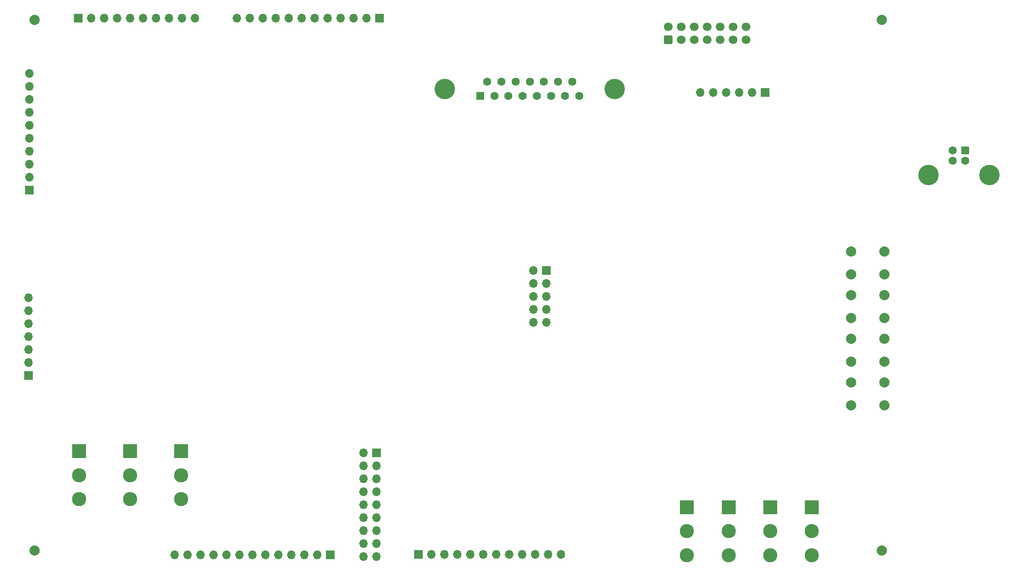
<source format=gbr>
%TF.GenerationSoftware,KiCad,Pcbnew,7.0.1*%
%TF.CreationDate,2023-05-19T12:51:24+02:00*%
%TF.ProjectId,XilinxFPGADevelopmentBoard,58696c69-6e78-4465-9047-41446576656c,rev?*%
%TF.SameCoordinates,Original*%
%TF.FileFunction,Soldermask,Bot*%
%TF.FilePolarity,Negative*%
%FSLAX46Y46*%
G04 Gerber Fmt 4.6, Leading zero omitted, Abs format (unit mm)*
G04 Created by KiCad (PCBNEW 7.0.1) date 2023-05-19 12:51:24*
%MOMM*%
%LPD*%
G01*
G04 APERTURE LIST*
G04 Aperture macros list*
%AMRoundRect*
0 Rectangle with rounded corners*
0 $1 Rounding radius*
0 $2 $3 $4 $5 $6 $7 $8 $9 X,Y pos of 4 corners*
0 Add a 4 corners polygon primitive as box body*
4,1,4,$2,$3,$4,$5,$6,$7,$8,$9,$2,$3,0*
0 Add four circle primitives for the rounded corners*
1,1,$1+$1,$2,$3*
1,1,$1+$1,$4,$5*
1,1,$1+$1,$6,$7*
1,1,$1+$1,$8,$9*
0 Add four rect primitives between the rounded corners*
20,1,$1+$1,$2,$3,$4,$5,0*
20,1,$1+$1,$4,$5,$6,$7,0*
20,1,$1+$1,$6,$7,$8,$9,0*
20,1,$1+$1,$8,$9,$2,$3,0*%
G04 Aperture macros list end*
%ADD10C,2.000000*%
%ADD11R,1.700000X1.700000*%
%ADD12O,1.700000X1.700000*%
%ADD13R,2.775000X2.775000*%
%ADD14C,2.775000*%
%ADD15C,4.000000*%
%ADD16R,1.600000X1.600000*%
%ADD17C,1.600000*%
%ADD18RoundRect,0.250000X0.600000X-0.600000X0.600000X0.600000X-0.600000X0.600000X-0.600000X-0.600000X0*%
%ADD19C,1.700000*%
G04 APERTURE END LIST*
D10*
%TO.C,Button3*%
X239450000Y-110500000D03*
X232950000Y-110500000D03*
X239450000Y-106000000D03*
X232950000Y-106000000D03*
%TD*%
D11*
%TO.C,J5*%
X140575000Y-51700000D03*
D12*
X138035000Y-51700000D03*
X135495000Y-51700000D03*
X132955000Y-51700000D03*
X130415000Y-51700000D03*
X127875000Y-51700000D03*
X125335000Y-51700000D03*
X122795000Y-51700000D03*
X120255000Y-51700000D03*
X117715000Y-51700000D03*
X115175000Y-51700000D03*
X112635000Y-51700000D03*
%TD*%
D11*
%TO.C,J12*%
X140000000Y-136840000D03*
D12*
X137460000Y-136840000D03*
X140000000Y-139380000D03*
X137460000Y-139380000D03*
X140000000Y-141920000D03*
X137460000Y-141920000D03*
X140000000Y-144460000D03*
X137460000Y-144460000D03*
X140000000Y-147000000D03*
X137460000Y-147000000D03*
X140000000Y-149540000D03*
X137460000Y-149540000D03*
X140000000Y-152080000D03*
X137460000Y-152080000D03*
X140000000Y-154620000D03*
X137460000Y-154620000D03*
X140000000Y-157160000D03*
X137460000Y-157160000D03*
%TD*%
D10*
%TO.C,H1*%
X73000000Y-52000000D03*
%TD*%
%TO.C,H2*%
X239000000Y-52000000D03*
%TD*%
%TO.C,Button2*%
X239450000Y-119050000D03*
X232950000Y-119050000D03*
X239450000Y-114550000D03*
X232950000Y-114550000D03*
%TD*%
%TO.C,H3*%
X73000000Y-156000000D03*
%TD*%
D13*
%TO.C,SW1*%
X81760000Y-136550000D03*
D14*
X81760000Y-141250000D03*
X81760000Y-145950000D03*
%TD*%
D15*
%TO.C,J2*%
X186660000Y-65545000D03*
X153360000Y-65545000D03*
D16*
X160315000Y-66965000D03*
D17*
X163085000Y-66965000D03*
X165855000Y-66965000D03*
X168625000Y-66965000D03*
X171395000Y-66965000D03*
X174165000Y-66965000D03*
X176935000Y-66965000D03*
X179705000Y-66965000D03*
X161700000Y-64125000D03*
X164470000Y-64125000D03*
X167240000Y-64125000D03*
X170010000Y-64125000D03*
X172780000Y-64125000D03*
X175550000Y-64125000D03*
X178320000Y-64125000D03*
%TD*%
D13*
%TO.C,SW9*%
X208972733Y-147530000D03*
D14*
X208972733Y-152230000D03*
X208972733Y-156930000D03*
%TD*%
D11*
%TO.C,J8*%
X81600000Y-51675000D03*
D12*
X84140000Y-51675000D03*
X86680000Y-51675000D03*
X89220000Y-51675000D03*
X91760000Y-51675000D03*
X94300000Y-51675000D03*
X96840000Y-51675000D03*
X99380000Y-51675000D03*
X101920000Y-51675000D03*
X104460000Y-51675000D03*
%TD*%
D11*
%TO.C,J4*%
X216150000Y-66300000D03*
D12*
X213610000Y-66300000D03*
X211070000Y-66300000D03*
X208530000Y-66300000D03*
X205990000Y-66300000D03*
X203450000Y-66300000D03*
%TD*%
D11*
%TO.C,J10*%
X173290000Y-101130000D03*
D12*
X170750000Y-101130000D03*
X173290000Y-103670000D03*
X170750000Y-103670000D03*
X173290000Y-106210000D03*
X170750000Y-106210000D03*
X173290000Y-108750000D03*
X170750000Y-108750000D03*
X173290000Y-111290000D03*
X170750000Y-111290000D03*
%TD*%
D11*
%TO.C,J6*%
X71875000Y-121700000D03*
D12*
X71875000Y-119160000D03*
X71875000Y-116620000D03*
X71875000Y-114080000D03*
X71875000Y-111540000D03*
X71875000Y-109000000D03*
X71875000Y-106460000D03*
%TD*%
D13*
%TO.C,SW8*%
X217122733Y-147530000D03*
D14*
X217122733Y-152230000D03*
X217122733Y-156930000D03*
%TD*%
D11*
%TO.C,J7*%
X72000000Y-85425000D03*
D12*
X72000000Y-82885000D03*
X72000000Y-80345000D03*
X72000000Y-77805000D03*
X72000000Y-75265000D03*
X72000000Y-72725000D03*
X72000000Y-70185000D03*
X72000000Y-67645000D03*
X72000000Y-65105000D03*
X72000000Y-62565000D03*
%TD*%
D11*
%TO.C,J11*%
X148230000Y-156790000D03*
D12*
X150770000Y-156790000D03*
X153310000Y-156790000D03*
X155850000Y-156790000D03*
X158390000Y-156790000D03*
X160930000Y-156790000D03*
X163470000Y-156790000D03*
X166010000Y-156790000D03*
X168550000Y-156790000D03*
X171090000Y-156790000D03*
X173630000Y-156790000D03*
X176170000Y-156790000D03*
%TD*%
D13*
%TO.C,SW7*%
X225272733Y-147530000D03*
D14*
X225272733Y-152230000D03*
X225272733Y-156930000D03*
%TD*%
D10*
%TO.C,H4*%
X239000000Y-156000000D03*
%TD*%
D16*
%TO.C,J3*%
X255340000Y-77610000D03*
D17*
X252840000Y-77610000D03*
X252840000Y-79610000D03*
X255340000Y-79610000D03*
D15*
X260090000Y-82470000D03*
X248090000Y-82470000D03*
%TD*%
D13*
%TO.C,SW10*%
X200822733Y-147530000D03*
D14*
X200822733Y-152230000D03*
X200822733Y-156930000D03*
%TD*%
D10*
%TO.C,Button4*%
X239450000Y-101950000D03*
X232950000Y-101950000D03*
X239450000Y-97450000D03*
X232950000Y-97450000D03*
%TD*%
D13*
%TO.C,SW3*%
X101760000Y-136550000D03*
D14*
X101760000Y-141250000D03*
X101760000Y-145950000D03*
%TD*%
D18*
%TO.C,J1*%
X197180000Y-55952500D03*
D19*
X197180000Y-53412500D03*
X199720000Y-55952500D03*
X199720000Y-53412500D03*
X202260000Y-55952500D03*
X202260000Y-53412500D03*
X204800000Y-55952500D03*
X204800000Y-53412500D03*
X207340000Y-55952500D03*
X207340000Y-53412500D03*
X209880000Y-55952500D03*
X209880000Y-53412500D03*
X212420000Y-55952500D03*
X212420000Y-53412500D03*
%TD*%
D13*
%TO.C,SW2*%
X91760000Y-136550000D03*
D14*
X91760000Y-141250000D03*
X91760000Y-145950000D03*
%TD*%
D11*
%TO.C,J9*%
X130950000Y-156860000D03*
D12*
X128410000Y-156860000D03*
X125870000Y-156860000D03*
X123330000Y-156860000D03*
X120790000Y-156860000D03*
X118250000Y-156860000D03*
X115710000Y-156860000D03*
X113170000Y-156860000D03*
X110630000Y-156860000D03*
X108090000Y-156860000D03*
X105550000Y-156860000D03*
X103010000Y-156860000D03*
X100470000Y-156860000D03*
%TD*%
D10*
%TO.C,Button1*%
X239450000Y-127600000D03*
X232950000Y-127600000D03*
X239450000Y-123100000D03*
X232950000Y-123100000D03*
%TD*%
M02*

</source>
